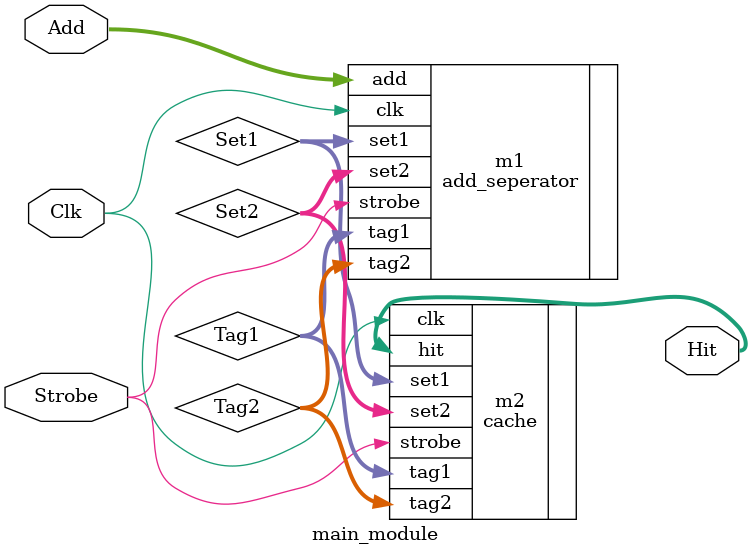
<source format=v>
module main_module(Add,Clk,Strobe,Hit);
parameter tagwid1=3;
parameter setwid1=9;
parameter tagwid2=2;
parameter setwid2=10;
parameter setnum1=512;
parameter setnum2=1024;
input[15:0] Add;
input Clk,Strobe;
output[1:0] Hit;
wire[1:0] Hit;
wire[tagwid1-1:0] Tag1;
wire[setwid2-1:0] Set2;
wire[setwid1-1:0] Set1;
wire[tagwid2-1:0] Tag2;
add_seperator m1(.add(Add),.strobe(Strobe),.tag1(Tag1),.set1(Set1),.set2(Set2),.tag2(Tag2),.clk(Clk));
cache m2(.tag1(Tag1),.set1(Set1),.tag2(Tag2),.set2(Set2),.hit(Hit),.clk(Clk),.strobe(Strobe));
endmodule
</source>
